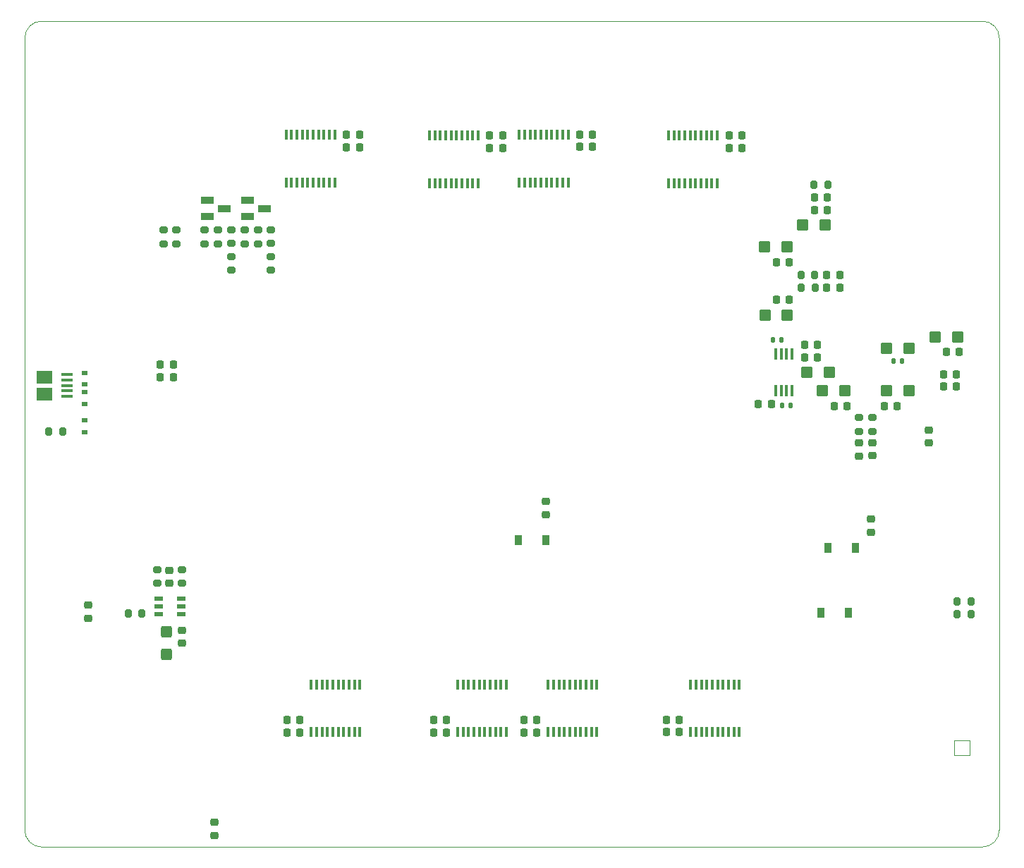
<source format=gbr>
%TF.GenerationSoftware,KiCad,Pcbnew,(6.0.10)*%
%TF.CreationDate,2023-12-11T16:59:24-05:00*%
%TF.ProjectId,Ultrasonic Sound Steering - Control Rev. A,556c7472-6173-46f6-9e69-6320536f756e,rev?*%
%TF.SameCoordinates,Original*%
%TF.FileFunction,Paste,Bot*%
%TF.FilePolarity,Positive*%
%FSLAX46Y46*%
G04 Gerber Fmt 4.6, Leading zero omitted, Abs format (unit mm)*
G04 Created by KiCad (PCBNEW (6.0.10)) date 2023-12-11 16:59:24*
%MOMM*%
%LPD*%
G01*
G04 APERTURE LIST*
G04 Aperture macros list*
%AMRoundRect*
0 Rectangle with rounded corners*
0 $1 Rounding radius*
0 $2 $3 $4 $5 $6 $7 $8 $9 X,Y pos of 4 corners*
0 Add a 4 corners polygon primitive as box body*
4,1,4,$2,$3,$4,$5,$6,$7,$8,$9,$2,$3,0*
0 Add four circle primitives for the rounded corners*
1,1,$1+$1,$2,$3*
1,1,$1+$1,$4,$5*
1,1,$1+$1,$6,$7*
1,1,$1+$1,$8,$9*
0 Add four rect primitives between the rounded corners*
20,1,$1+$1,$2,$3,$4,$5,0*
20,1,$1+$1,$4,$5,$6,$7,0*
20,1,$1+$1,$6,$7,$8,$9,0*
20,1,$1+$1,$8,$9,$2,$3,0*%
G04 Aperture macros list end*
%TA.AperFunction,Profile*%
%ADD10C,0.100000*%
%TD*%
%TA.AperFunction,Profile*%
%ADD11C,0.010000*%
%TD*%
%ADD12RoundRect,0.225000X-0.225000X-0.250000X0.225000X-0.250000X0.225000X0.250000X-0.225000X0.250000X0*%
%ADD13R,0.304800X1.168400*%
%ADD14RoundRect,0.250000X0.450000X0.425000X-0.450000X0.425000X-0.450000X-0.425000X0.450000X-0.425000X0*%
%ADD15RoundRect,0.200000X-0.275000X0.200000X-0.275000X-0.200000X0.275000X-0.200000X0.275000X0.200000X0*%
%ADD16R,0.700000X0.600000*%
%ADD17RoundRect,0.135000X-0.135000X-0.185000X0.135000X-0.185000X0.135000X0.185000X-0.135000X0.185000X0*%
%ADD18RoundRect,0.225000X0.225000X0.250000X-0.225000X0.250000X-0.225000X-0.250000X0.225000X-0.250000X0*%
%ADD19RoundRect,0.200000X0.275000X-0.200000X0.275000X0.200000X-0.275000X0.200000X-0.275000X-0.200000X0*%
%ADD20R,0.977900X0.558800*%
%ADD21RoundRect,0.225000X-0.250000X0.225000X-0.250000X-0.225000X0.250000X-0.225000X0.250000X0.225000X0*%
%ADD22RoundRect,0.200000X-0.200000X-0.275000X0.200000X-0.275000X0.200000X0.275000X-0.200000X0.275000X0*%
%ADD23R,1.600200X0.863600*%
%ADD24R,0.900000X1.200000*%
%ADD25RoundRect,0.225000X0.250000X-0.225000X0.250000X0.225000X-0.250000X0.225000X-0.250000X-0.225000X0*%
%ADD26RoundRect,0.250000X-0.425000X0.450000X-0.425000X-0.450000X0.425000X-0.450000X0.425000X0.450000X0*%
%ADD27RoundRect,0.250000X-0.450000X-0.425000X0.450000X-0.425000X0.450000X0.425000X-0.450000X0.425000X0*%
%ADD28R,0.450000X1.450000*%
%ADD29R,1.350000X0.400000*%
%ADD30R,1.900000X1.500000*%
%ADD31RoundRect,0.200000X0.200000X0.275000X-0.200000X0.275000X-0.200000X-0.275000X0.200000X-0.275000X0*%
G04 APERTURE END LIST*
D10*
X159706350Y-26997214D02*
X272697922Y-26997214D01*
X157702100Y-124143000D02*
G75*
G03*
X159702136Y-126143000I2000100J100D01*
G01*
X274697886Y-28997214D02*
G75*
G03*
X272697922Y-26997214I-1999886J114D01*
G01*
X274697922Y-28997214D02*
X274697922Y-124138787D01*
X157702136Y-124143000D02*
X157706350Y-28997214D01*
X272697922Y-126138787D02*
X159702136Y-126143000D01*
X159706350Y-26997150D02*
G75*
G03*
X157706350Y-28997214I50J-2000050D01*
G01*
X272697922Y-126138722D02*
G75*
G03*
X274697922Y-124138787I78J1999922D01*
G01*
D11*
%TO.C,P13*%
X271110000Y-113350000D02*
X269310000Y-113350000D01*
X269310000Y-115150000D02*
X271110000Y-115150000D01*
X269310000Y-113350000D02*
X269310000Y-115150000D01*
X271110000Y-115150000D02*
X271110000Y-113350000D01*
%TD*%
D12*
%TO.C,C113*%
X234695000Y-110900000D03*
X236245000Y-110900000D03*
%TD*%
D13*
%TO.C,U22*%
X194925000Y-46370200D03*
X194274999Y-46370200D03*
X193625001Y-46370200D03*
X192974999Y-46370200D03*
X192325001Y-46370200D03*
X191675002Y-46370200D03*
X191025001Y-46370200D03*
X190375002Y-46370200D03*
X189725001Y-46370200D03*
X189075002Y-46370200D03*
X189075000Y-40629800D03*
X189724998Y-40629800D03*
X190374999Y-40629800D03*
X191024998Y-40629800D03*
X191674999Y-40629800D03*
X192324998Y-40629800D03*
X192974999Y-40629800D03*
X193624998Y-40629800D03*
X194274999Y-40629800D03*
X194924998Y-40629800D03*
%TD*%
D14*
%TO.C,C36*%
X256182500Y-71352500D03*
X253482500Y-71352500D03*
%TD*%
D15*
%TO.C,R70*%
X187271000Y-55252501D03*
X187271000Y-56902501D03*
%TD*%
D16*
%TO.C,D7*%
X164860000Y-72940000D03*
X164860000Y-71540000D03*
%TD*%
D17*
%TO.C,R55*%
X248600000Y-73140000D03*
X249620000Y-73140000D03*
%TD*%
D13*
%TO.C,U15*%
X220535000Y-106629800D03*
X221185001Y-106629800D03*
X221834999Y-106629800D03*
X222485001Y-106629800D03*
X223134999Y-106629800D03*
X223784998Y-106629800D03*
X224434999Y-106629800D03*
X225084998Y-106629800D03*
X225734999Y-106629800D03*
X226384998Y-106629800D03*
X226385000Y-112370200D03*
X225735002Y-112370200D03*
X225085001Y-112370200D03*
X224435002Y-112370200D03*
X223785001Y-112370200D03*
X223135002Y-112370200D03*
X222485001Y-112370200D03*
X221835002Y-112370200D03*
X221185001Y-112370200D03*
X220535002Y-112370200D03*
%TD*%
D18*
%TO.C,C133*%
X197865000Y-40630000D03*
X196315000Y-40630000D03*
%TD*%
D19*
%TO.C,R51*%
X174380000Y-53715000D03*
X174380000Y-52065000D03*
%TD*%
D20*
%TO.C,U6*%
X173774750Y-98215001D03*
X173774750Y-97265000D03*
X173774750Y-96314999D03*
X176505250Y-96314999D03*
X176505250Y-97265000D03*
X176505250Y-98215001D03*
%TD*%
D21*
%TO.C,C66*%
X165310000Y-97120000D03*
X165310000Y-98670000D03*
%TD*%
%TO.C,C63*%
X176570000Y-100110000D03*
X176570000Y-101660000D03*
%TD*%
D22*
%TO.C,R44*%
X269640000Y-96710000D03*
X271290000Y-96710000D03*
%TD*%
D18*
%TO.C,C41*%
X256415000Y-73232500D03*
X254865000Y-73232500D03*
%TD*%
%TO.C,C96*%
X225850000Y-42100000D03*
X224300000Y-42100000D03*
%TD*%
D19*
%TO.C,R40*%
X173590000Y-94510000D03*
X173590000Y-92860000D03*
%TD*%
D23*
%TO.C,Q4*%
X179650000Y-50430002D03*
X179650000Y-48530000D03*
X181661000Y-49480001D03*
%TD*%
D24*
%TO.C,D1*%
X254150000Y-90215000D03*
X257450000Y-90215000D03*
%TD*%
D14*
%TO.C,C1*%
X263830000Y-66260000D03*
X261130000Y-66260000D03*
%TD*%
D25*
%TO.C,C26*%
X259430000Y-79182500D03*
X259430000Y-77632500D03*
%TD*%
D26*
%TO.C,C62*%
X174720000Y-100352500D03*
X174720000Y-103052500D03*
%TD*%
D18*
%TO.C,C16*%
X254025000Y-49650000D03*
X252475000Y-49650000D03*
%TD*%
%TO.C,C6*%
X269905000Y-66740000D03*
X268355000Y-66740000D03*
%TD*%
D22*
%TO.C,R29*%
X250905231Y-57463291D03*
X252555231Y-57463291D03*
%TD*%
D25*
%TO.C,C60*%
X180480000Y-124755000D03*
X180480000Y-123205000D03*
%TD*%
D12*
%TO.C,C92*%
X251328631Y-67380000D03*
X252878631Y-67380000D03*
%TD*%
%TO.C,C110*%
X217605000Y-112390000D03*
X219155000Y-112390000D03*
%TD*%
%TO.C,C134*%
X189145000Y-110860000D03*
X190695000Y-110860000D03*
%TD*%
%TO.C,C132*%
X189145000Y-112390000D03*
X190695000Y-112390000D03*
%TD*%
%TO.C,C50*%
X260890000Y-73232500D03*
X262440000Y-73232500D03*
%TD*%
%TO.C,C11*%
X268015000Y-70885000D03*
X269565000Y-70885000D03*
%TD*%
D27*
%TO.C,C93*%
X251570000Y-69160000D03*
X254270000Y-69160000D03*
%TD*%
D18*
%TO.C,C30*%
X255540231Y-57463291D03*
X253990231Y-57463291D03*
%TD*%
D12*
%TO.C,C10*%
X268020000Y-69375000D03*
X269570000Y-69375000D03*
%TD*%
D19*
%TO.C,R76*%
X182460000Y-53700000D03*
X182460000Y-52050000D03*
%TD*%
%TO.C,R71*%
X187270000Y-53695000D03*
X187270000Y-52045000D03*
%TD*%
D18*
%TO.C,C31*%
X255540231Y-58963291D03*
X253990231Y-58963291D03*
%TD*%
D15*
%TO.C,R75*%
X182461000Y-55255001D03*
X182461000Y-56905001D03*
%TD*%
D17*
%TO.C,R6*%
X261960000Y-67780000D03*
X262980000Y-67780000D03*
%TD*%
D18*
%TO.C,C135*%
X197865000Y-42150000D03*
X196315000Y-42150000D03*
%TD*%
D21*
%TO.C,C78*%
X220250000Y-84685000D03*
X220250000Y-86235000D03*
%TD*%
D14*
%TO.C,C51*%
X249250000Y-62310000D03*
X246550000Y-62310000D03*
%TD*%
D12*
%TO.C,C111*%
X234695000Y-112360000D03*
X236245000Y-112360000D03*
%TD*%
%TO.C,C91*%
X251328631Y-65860000D03*
X252878631Y-65860000D03*
%TD*%
D18*
%TO.C,C57*%
X247325000Y-73000000D03*
X245775000Y-73000000D03*
%TD*%
D12*
%TO.C,C115*%
X206755000Y-110880000D03*
X208305000Y-110880000D03*
%TD*%
%TO.C,C112*%
X217605000Y-110930000D03*
X219155000Y-110930000D03*
%TD*%
D23*
%TO.C,Q3*%
X184424700Y-50426302D03*
X184424700Y-48526300D03*
X186435700Y-49476301D03*
%TD*%
D21*
%TO.C,C61*%
X175080000Y-92910000D03*
X175080000Y-94460000D03*
%TD*%
D18*
%TO.C,C118*%
X215055000Y-40730000D03*
X213505000Y-40730000D03*
%TD*%
D14*
%TO.C,C4*%
X269667500Y-64950000D03*
X266967500Y-64950000D03*
%TD*%
D28*
%TO.C,U11*%
X249793631Y-71390000D03*
X249143631Y-71390000D03*
X248493631Y-71390000D03*
X247843631Y-71390000D03*
X247843631Y-66990000D03*
X248493631Y-66990000D03*
X249143631Y-66990000D03*
X249793631Y-66990000D03*
%TD*%
D25*
%TO.C,C18*%
X266200000Y-77625000D03*
X266200000Y-76075000D03*
%TD*%
D17*
%TO.C,R58*%
X247490000Y-65240000D03*
X248510000Y-65240000D03*
%TD*%
D13*
%TO.C,U13*%
X240825000Y-46470200D03*
X240174999Y-46470200D03*
X239525001Y-46470200D03*
X238874999Y-46470200D03*
X238225001Y-46470200D03*
X237575002Y-46470200D03*
X236925001Y-46470200D03*
X236275002Y-46470200D03*
X235625001Y-46470200D03*
X234975002Y-46470200D03*
X234975000Y-40729800D03*
X235624998Y-40729800D03*
X236274999Y-40729800D03*
X236924998Y-40729800D03*
X237574999Y-40729800D03*
X238224998Y-40729800D03*
X238874999Y-40729800D03*
X239524998Y-40729800D03*
X240174999Y-40729800D03*
X240824998Y-40729800D03*
%TD*%
D18*
%TO.C,C124*%
X175520000Y-69780000D03*
X173970000Y-69780000D03*
%TD*%
D12*
%TO.C,C117*%
X206755000Y-112390000D03*
X208305000Y-112390000D03*
%TD*%
D18*
%TO.C,C104*%
X175515000Y-68240000D03*
X173965000Y-68240000D03*
%TD*%
D24*
%TO.C,D4*%
X256570000Y-98000000D03*
X253270000Y-98000000D03*
%TD*%
D19*
%TO.C,R69*%
X185671000Y-53702501D03*
X185671000Y-52052501D03*
%TD*%
D13*
%TO.C,U19*%
X209675000Y-106629800D03*
X210325001Y-106629800D03*
X210974999Y-106629800D03*
X211625001Y-106629800D03*
X212274999Y-106629800D03*
X212924998Y-106629800D03*
X213574999Y-106629800D03*
X214224998Y-106629800D03*
X214874999Y-106629800D03*
X215524998Y-106629800D03*
X215525000Y-112370200D03*
X214875002Y-112370200D03*
X214225001Y-112370200D03*
X213575002Y-112370200D03*
X212925001Y-112370200D03*
X212275002Y-112370200D03*
X211625001Y-112370200D03*
X210975002Y-112370200D03*
X210325001Y-112370200D03*
X209675002Y-112370200D03*
%TD*%
D18*
%TO.C,C116*%
X215050000Y-42250000D03*
X213500000Y-42250000D03*
%TD*%
D15*
%TO.C,R39*%
X176560000Y-92860000D03*
X176560000Y-94510000D03*
%TD*%
%TO.C,R27*%
X259430000Y-74582500D03*
X259430000Y-76232500D03*
%TD*%
D24*
%TO.C,D2*%
X216980000Y-89290000D03*
X220280000Y-89290000D03*
%TD*%
D13*
%TO.C,U21*%
X192075000Y-106629800D03*
X192725001Y-106629800D03*
X193374999Y-106629800D03*
X194025001Y-106629800D03*
X194674999Y-106629800D03*
X195324998Y-106629800D03*
X195974999Y-106629800D03*
X196624998Y-106629800D03*
X197274999Y-106629800D03*
X197924998Y-106629800D03*
X197925000Y-112370200D03*
X197275002Y-112370200D03*
X196625001Y-112370200D03*
X195975002Y-112370200D03*
X195325001Y-112370200D03*
X194675002Y-112370200D03*
X194025001Y-112370200D03*
X193375002Y-112370200D03*
X192725001Y-112370200D03*
X192075002Y-112370200D03*
%TD*%
D19*
%TO.C,R73*%
X179261000Y-53705001D03*
X179261000Y-52055001D03*
%TD*%
D29*
%TO.C,P9*%
X162780000Y-72040000D03*
X162780000Y-71390000D03*
X162780000Y-70740000D03*
X162780000Y-70090000D03*
X162780000Y-69440000D03*
D30*
X160080000Y-69740000D03*
X160080000Y-71740000D03*
%TD*%
D31*
%TO.C,R45*%
X271290000Y-98220000D03*
X269640000Y-98220000D03*
%TD*%
D16*
%TO.C,D6*%
X164860000Y-69200000D03*
X164860000Y-70600000D03*
%TD*%
D27*
%TO.C,C52*%
X261125000Y-71362500D03*
X263825000Y-71362500D03*
%TD*%
D19*
%TO.C,R68*%
X184071000Y-53702501D03*
X184071000Y-52052501D03*
%TD*%
D16*
%TO.C,D5*%
X164880000Y-76350000D03*
X164880000Y-74950000D03*
%TD*%
D13*
%TO.C,U12*%
X237635000Y-106629800D03*
X238285001Y-106629800D03*
X238934999Y-106629800D03*
X239585001Y-106629800D03*
X240234999Y-106629800D03*
X240884998Y-106629800D03*
X241534999Y-106629800D03*
X242184998Y-106629800D03*
X242834999Y-106629800D03*
X243484998Y-106629800D03*
X243485000Y-112370200D03*
X242835002Y-112370200D03*
X242185001Y-112370200D03*
X241535002Y-112370200D03*
X240885001Y-112370200D03*
X240235002Y-112370200D03*
X239585001Y-112370200D03*
X238935002Y-112370200D03*
X238285001Y-112370200D03*
X237635002Y-112370200D03*
%TD*%
D21*
%TO.C,C77*%
X259265000Y-86795000D03*
X259265000Y-88345000D03*
%TD*%
D31*
%TO.C,R63*%
X162225000Y-76300000D03*
X160575000Y-76300000D03*
%TD*%
D15*
%TO.C,R28*%
X257870000Y-74587500D03*
X257870000Y-76237500D03*
%TD*%
D13*
%TO.C,U20*%
X212125000Y-46470200D03*
X211474999Y-46470200D03*
X210825001Y-46470200D03*
X210174999Y-46470200D03*
X209525001Y-46470200D03*
X208875002Y-46470200D03*
X208225001Y-46470200D03*
X207575002Y-46470200D03*
X206925001Y-46470200D03*
X206275002Y-46470200D03*
X206275000Y-40729800D03*
X206924998Y-40729800D03*
X207574999Y-40729800D03*
X208224998Y-40729800D03*
X208874999Y-40729800D03*
X209524998Y-40729800D03*
X210174999Y-40729800D03*
X210824998Y-40729800D03*
X211474999Y-40729800D03*
X212124998Y-40729800D03*
%TD*%
D19*
%TO.C,R50*%
X175890000Y-53717500D03*
X175890000Y-52067500D03*
%TD*%
D18*
%TO.C,C97*%
X243785000Y-42250000D03*
X242235000Y-42250000D03*
%TD*%
D13*
%TO.C,U16*%
X222925000Y-46370200D03*
X222274999Y-46370200D03*
X221625001Y-46370200D03*
X220974999Y-46370200D03*
X220325001Y-46370200D03*
X219675002Y-46370200D03*
X219025001Y-46370200D03*
X218375002Y-46370200D03*
X217725001Y-46370200D03*
X217075002Y-46370200D03*
X217075000Y-40629800D03*
X217724998Y-40629800D03*
X218374999Y-40629800D03*
X219024998Y-40629800D03*
X219674999Y-40629800D03*
X220324998Y-40629800D03*
X220974999Y-40629800D03*
X221624998Y-40629800D03*
X222274999Y-40629800D03*
X222924998Y-40629800D03*
%TD*%
D18*
%TO.C,C99*%
X243785000Y-40720000D03*
X242235000Y-40720000D03*
%TD*%
D25*
%TO.C,C27*%
X257870001Y-79187500D03*
X257870001Y-77637500D03*
%TD*%
D31*
%TO.C,R12*%
X254085001Y-46640250D03*
X252435001Y-46640250D03*
%TD*%
D22*
%TO.C,R30*%
X250910231Y-58963291D03*
X252560231Y-58963291D03*
%TD*%
D18*
%TO.C,C40*%
X249495000Y-60450000D03*
X247945000Y-60450000D03*
%TD*%
D19*
%TO.C,R74*%
X180861000Y-53705001D03*
X180861000Y-52055001D03*
%TD*%
D31*
%TO.C,R43*%
X171770000Y-98080000D03*
X170120000Y-98080000D03*
%TD*%
D14*
%TO.C,C17*%
X253790000Y-51430000D03*
X251090000Y-51430000D03*
%TD*%
D18*
%TO.C,C49*%
X249490000Y-55980000D03*
X247940000Y-55980000D03*
%TD*%
D14*
%TO.C,C35*%
X249240000Y-54120000D03*
X246540000Y-54120000D03*
%TD*%
D18*
%TO.C,C98*%
X225855000Y-40580000D03*
X224305000Y-40580000D03*
%TD*%
D12*
%TO.C,C13*%
X252485001Y-48140250D03*
X254035001Y-48140250D03*
%TD*%
M02*

</source>
